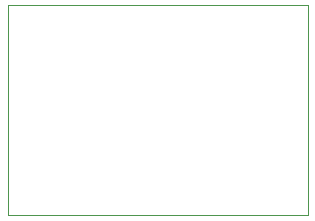
<source format=gbr>
G04 #@! TF.GenerationSoftware,KiCad,Pcbnew,(5.1.0)-1*
G04 #@! TF.CreationDate,2019-04-15T16:33:43-05:00*
G04 #@! TF.ProjectId,rfm95-breakout,72666d39-352d-4627-9265-616b6f75742e,rev?*
G04 #@! TF.SameCoordinates,Original*
G04 #@! TF.FileFunction,Profile,NP*
%FSLAX46Y46*%
G04 Gerber Fmt 4.6, Leading zero omitted, Abs format (unit mm)*
G04 Created by KiCad (PCBNEW (5.1.0)-1) date 2019-04-15 16:33:43*
%MOMM*%
%LPD*%
G04 APERTURE LIST*
%ADD10C,0.050000*%
G04 APERTURE END LIST*
D10*
X125730000Y-92710000D02*
X125730000Y-74930000D01*
X151130000Y-92710000D02*
X125730000Y-92710000D01*
X151130000Y-74930000D02*
X151130000Y-92710000D01*
X125730000Y-74930000D02*
X151130000Y-74930000D01*
M02*

</source>
